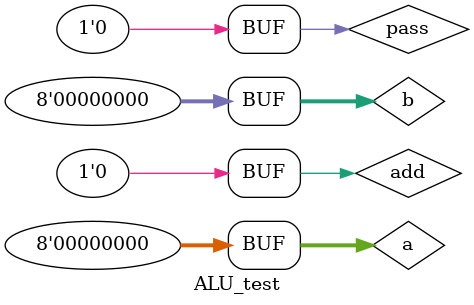
<source format=v>
`timescale 1ns / 1ps


module ALU_test;

	// Inputs
	reg [7:0] a;
	reg [7:0] b;
	reg pass;
	reg add;

	// Outputs
	wire [7:0] alu_out;

	// Instantiate the Unit Under Test (UUT)
	ALU uut (
		.a(a), 
		.b(b), 
		.pass(pass), 
		.add(add), 
		.alu_out(alu_out)
	);

	initial begin
		// Initialize Inputs
		a = 0;
		b = 0;
		pass = 0;
		add = 0;

		// Wait 100 ns for global reset to finish
		#100;
        
		// Add stimulus here

	end
      
endmodule


</source>
